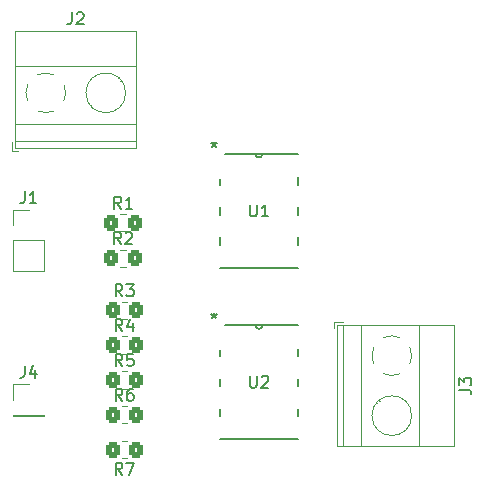
<source format=gbr>
%TF.GenerationSoftware,KiCad,Pcbnew,8.0.5*%
%TF.CreationDate,2024-11-24T21:55:43-06:00*%
%TF.ProjectId,moisture_sensor,6d6f6973-7475-4726-955f-73656e736f72,rev?*%
%TF.SameCoordinates,Original*%
%TF.FileFunction,Legend,Top*%
%TF.FilePolarity,Positive*%
%FSLAX46Y46*%
G04 Gerber Fmt 4.6, Leading zero omitted, Abs format (unit mm)*
G04 Created by KiCad (PCBNEW 8.0.5) date 2024-11-24 21:55:43*
%MOMM*%
%LPD*%
G01*
G04 APERTURE LIST*
G04 Aperture macros list*
%AMRoundRect*
0 Rectangle with rounded corners*
0 $1 Rounding radius*
0 $2 $3 $4 $5 $6 $7 $8 $9 X,Y pos of 4 corners*
0 Add a 4 corners polygon primitive as box body*
4,1,4,$2,$3,$4,$5,$6,$7,$8,$9,$2,$3,0*
0 Add four circle primitives for the rounded corners*
1,1,$1+$1,$2,$3*
1,1,$1+$1,$4,$5*
1,1,$1+$1,$6,$7*
1,1,$1+$1,$8,$9*
0 Add four rect primitives between the rounded corners*
20,1,$1+$1,$2,$3,$4,$5,0*
20,1,$1+$1,$4,$5,$6,$7,0*
20,1,$1+$1,$6,$7,$8,$9,0*
20,1,$1+$1,$8,$9,$2,$3,0*%
G04 Aperture macros list end*
%ADD10C,0.150000*%
%ADD11C,0.120000*%
%ADD12C,0.152400*%
%ADD13RoundRect,0.250000X0.350000X0.450000X-0.350000X0.450000X-0.350000X-0.450000X0.350000X-0.450000X0*%
%ADD14R,1.700000X1.700000*%
%ADD15O,1.700000X1.700000*%
%ADD16RoundRect,0.250000X-0.350000X-0.450000X0.350000X-0.450000X0.350000X0.450000X-0.350000X0.450000X0*%
%ADD17R,1.524000X1.524000*%
%ADD18C,1.524000*%
%ADD19R,2.600000X2.600000*%
%ADD20C,2.600000*%
G04 APERTURE END LIST*
D10*
X129941733Y-106313619D02*
X129608400Y-105837428D01*
X129370305Y-106313619D02*
X129370305Y-105313619D01*
X129370305Y-105313619D02*
X129751257Y-105313619D01*
X129751257Y-105313619D02*
X129846495Y-105361238D01*
X129846495Y-105361238D02*
X129894114Y-105408857D01*
X129894114Y-105408857D02*
X129941733Y-105504095D01*
X129941733Y-105504095D02*
X129941733Y-105646952D01*
X129941733Y-105646952D02*
X129894114Y-105742190D01*
X129894114Y-105742190D02*
X129846495Y-105789809D01*
X129846495Y-105789809D02*
X129751257Y-105837428D01*
X129751257Y-105837428D02*
X129370305Y-105837428D01*
X130275067Y-105313619D02*
X130941733Y-105313619D01*
X130941733Y-105313619D02*
X130513162Y-106313619D01*
X121666666Y-82349819D02*
X121666666Y-83064104D01*
X121666666Y-83064104D02*
X121619047Y-83206961D01*
X121619047Y-83206961D02*
X121523809Y-83302200D01*
X121523809Y-83302200D02*
X121380952Y-83349819D01*
X121380952Y-83349819D02*
X121285714Y-83349819D01*
X122666666Y-83349819D02*
X122095238Y-83349819D01*
X122380952Y-83349819D02*
X122380952Y-82349819D01*
X122380952Y-82349819D02*
X122285714Y-82492676D01*
X122285714Y-82492676D02*
X122190476Y-82587914D01*
X122190476Y-82587914D02*
X122095238Y-82635533D01*
X129941733Y-100063619D02*
X129608400Y-99587428D01*
X129370305Y-100063619D02*
X129370305Y-99063619D01*
X129370305Y-99063619D02*
X129751257Y-99063619D01*
X129751257Y-99063619D02*
X129846495Y-99111238D01*
X129846495Y-99111238D02*
X129894114Y-99158857D01*
X129894114Y-99158857D02*
X129941733Y-99254095D01*
X129941733Y-99254095D02*
X129941733Y-99396952D01*
X129941733Y-99396952D02*
X129894114Y-99492190D01*
X129894114Y-99492190D02*
X129846495Y-99539809D01*
X129846495Y-99539809D02*
X129751257Y-99587428D01*
X129751257Y-99587428D02*
X129370305Y-99587428D01*
X130798876Y-99063619D02*
X130608400Y-99063619D01*
X130608400Y-99063619D02*
X130513162Y-99111238D01*
X130513162Y-99111238D02*
X130465543Y-99158857D01*
X130465543Y-99158857D02*
X130370305Y-99301714D01*
X130370305Y-99301714D02*
X130322686Y-99492190D01*
X130322686Y-99492190D02*
X130322686Y-99873142D01*
X130322686Y-99873142D02*
X130370305Y-99968380D01*
X130370305Y-99968380D02*
X130417924Y-100016000D01*
X130417924Y-100016000D02*
X130513162Y-100063619D01*
X130513162Y-100063619D02*
X130703638Y-100063619D01*
X130703638Y-100063619D02*
X130798876Y-100016000D01*
X130798876Y-100016000D02*
X130846495Y-99968380D01*
X130846495Y-99968380D02*
X130894114Y-99873142D01*
X130894114Y-99873142D02*
X130894114Y-99635047D01*
X130894114Y-99635047D02*
X130846495Y-99539809D01*
X130846495Y-99539809D02*
X130798876Y-99492190D01*
X130798876Y-99492190D02*
X130703638Y-99444571D01*
X130703638Y-99444571D02*
X130513162Y-99444571D01*
X130513162Y-99444571D02*
X130417924Y-99492190D01*
X130417924Y-99492190D02*
X130370305Y-99539809D01*
X130370305Y-99539809D02*
X130322686Y-99635047D01*
X129833333Y-83804819D02*
X129500000Y-83328628D01*
X129261905Y-83804819D02*
X129261905Y-82804819D01*
X129261905Y-82804819D02*
X129642857Y-82804819D01*
X129642857Y-82804819D02*
X129738095Y-82852438D01*
X129738095Y-82852438D02*
X129785714Y-82900057D01*
X129785714Y-82900057D02*
X129833333Y-82995295D01*
X129833333Y-82995295D02*
X129833333Y-83138152D01*
X129833333Y-83138152D02*
X129785714Y-83233390D01*
X129785714Y-83233390D02*
X129738095Y-83281009D01*
X129738095Y-83281009D02*
X129642857Y-83328628D01*
X129642857Y-83328628D02*
X129261905Y-83328628D01*
X130785714Y-83804819D02*
X130214286Y-83804819D01*
X130500000Y-83804819D02*
X130500000Y-82804819D01*
X130500000Y-82804819D02*
X130404762Y-82947676D01*
X130404762Y-82947676D02*
X130309524Y-83042914D01*
X130309524Y-83042914D02*
X130214286Y-83090533D01*
X129941733Y-97113619D02*
X129608400Y-96637428D01*
X129370305Y-97113619D02*
X129370305Y-96113619D01*
X129370305Y-96113619D02*
X129751257Y-96113619D01*
X129751257Y-96113619D02*
X129846495Y-96161238D01*
X129846495Y-96161238D02*
X129894114Y-96208857D01*
X129894114Y-96208857D02*
X129941733Y-96304095D01*
X129941733Y-96304095D02*
X129941733Y-96446952D01*
X129941733Y-96446952D02*
X129894114Y-96542190D01*
X129894114Y-96542190D02*
X129846495Y-96589809D01*
X129846495Y-96589809D02*
X129751257Y-96637428D01*
X129751257Y-96637428D02*
X129370305Y-96637428D01*
X130846495Y-96113619D02*
X130370305Y-96113619D01*
X130370305Y-96113619D02*
X130322686Y-96589809D01*
X130322686Y-96589809D02*
X130370305Y-96542190D01*
X130370305Y-96542190D02*
X130465543Y-96494571D01*
X130465543Y-96494571D02*
X130703638Y-96494571D01*
X130703638Y-96494571D02*
X130798876Y-96542190D01*
X130798876Y-96542190D02*
X130846495Y-96589809D01*
X130846495Y-96589809D02*
X130894114Y-96685047D01*
X130894114Y-96685047D02*
X130894114Y-96923142D01*
X130894114Y-96923142D02*
X130846495Y-97018380D01*
X130846495Y-97018380D02*
X130798876Y-97066000D01*
X130798876Y-97066000D02*
X130703638Y-97113619D01*
X130703638Y-97113619D02*
X130465543Y-97113619D01*
X130465543Y-97113619D02*
X130370305Y-97066000D01*
X130370305Y-97066000D02*
X130322686Y-97018380D01*
X129941733Y-94163619D02*
X129608400Y-93687428D01*
X129370305Y-94163619D02*
X129370305Y-93163619D01*
X129370305Y-93163619D02*
X129751257Y-93163619D01*
X129751257Y-93163619D02*
X129846495Y-93211238D01*
X129846495Y-93211238D02*
X129894114Y-93258857D01*
X129894114Y-93258857D02*
X129941733Y-93354095D01*
X129941733Y-93354095D02*
X129941733Y-93496952D01*
X129941733Y-93496952D02*
X129894114Y-93592190D01*
X129894114Y-93592190D02*
X129846495Y-93639809D01*
X129846495Y-93639809D02*
X129751257Y-93687428D01*
X129751257Y-93687428D02*
X129370305Y-93687428D01*
X130798876Y-93496952D02*
X130798876Y-94163619D01*
X130560781Y-93116000D02*
X130322686Y-93830285D01*
X130322686Y-93830285D02*
X130941733Y-93830285D01*
X140738095Y-97954819D02*
X140738095Y-98764342D01*
X140738095Y-98764342D02*
X140785714Y-98859580D01*
X140785714Y-98859580D02*
X140833333Y-98907200D01*
X140833333Y-98907200D02*
X140928571Y-98954819D01*
X140928571Y-98954819D02*
X141119047Y-98954819D01*
X141119047Y-98954819D02*
X141214285Y-98907200D01*
X141214285Y-98907200D02*
X141261904Y-98859580D01*
X141261904Y-98859580D02*
X141309523Y-98764342D01*
X141309523Y-98764342D02*
X141309523Y-97954819D01*
X141738095Y-98050057D02*
X141785714Y-98002438D01*
X141785714Y-98002438D02*
X141880952Y-97954819D01*
X141880952Y-97954819D02*
X142119047Y-97954819D01*
X142119047Y-97954819D02*
X142214285Y-98002438D01*
X142214285Y-98002438D02*
X142261904Y-98050057D01*
X142261904Y-98050057D02*
X142309523Y-98145295D01*
X142309523Y-98145295D02*
X142309523Y-98240533D01*
X142309523Y-98240533D02*
X142261904Y-98383390D01*
X142261904Y-98383390D02*
X141690476Y-98954819D01*
X141690476Y-98954819D02*
X142309523Y-98954819D01*
X137690000Y-92620819D02*
X137690000Y-92858914D01*
X137451905Y-92763676D02*
X137690000Y-92858914D01*
X137690000Y-92858914D02*
X137928095Y-92763676D01*
X137547143Y-93049390D02*
X137690000Y-92858914D01*
X137690000Y-92858914D02*
X137832857Y-93049390D01*
X137690000Y-92620819D02*
X137690000Y-92858914D01*
X137451905Y-92763676D02*
X137690000Y-92858914D01*
X137690000Y-92858914D02*
X137928095Y-92763676D01*
X137547143Y-93049390D02*
X137690000Y-92858914D01*
X137690000Y-92858914D02*
X137832857Y-93049390D01*
X129941733Y-91213619D02*
X129608400Y-90737428D01*
X129370305Y-91213619D02*
X129370305Y-90213619D01*
X129370305Y-90213619D02*
X129751257Y-90213619D01*
X129751257Y-90213619D02*
X129846495Y-90261238D01*
X129846495Y-90261238D02*
X129894114Y-90308857D01*
X129894114Y-90308857D02*
X129941733Y-90404095D01*
X129941733Y-90404095D02*
X129941733Y-90546952D01*
X129941733Y-90546952D02*
X129894114Y-90642190D01*
X129894114Y-90642190D02*
X129846495Y-90689809D01*
X129846495Y-90689809D02*
X129751257Y-90737428D01*
X129751257Y-90737428D02*
X129370305Y-90737428D01*
X130275067Y-90213619D02*
X130894114Y-90213619D01*
X130894114Y-90213619D02*
X130560781Y-90594571D01*
X130560781Y-90594571D02*
X130703638Y-90594571D01*
X130703638Y-90594571D02*
X130798876Y-90642190D01*
X130798876Y-90642190D02*
X130846495Y-90689809D01*
X130846495Y-90689809D02*
X130894114Y-90785047D01*
X130894114Y-90785047D02*
X130894114Y-91023142D01*
X130894114Y-91023142D02*
X130846495Y-91118380D01*
X130846495Y-91118380D02*
X130798876Y-91166000D01*
X130798876Y-91166000D02*
X130703638Y-91213619D01*
X130703638Y-91213619D02*
X130417924Y-91213619D01*
X130417924Y-91213619D02*
X130322686Y-91166000D01*
X130322686Y-91166000D02*
X130275067Y-91118380D01*
X140738095Y-83454819D02*
X140738095Y-84264342D01*
X140738095Y-84264342D02*
X140785714Y-84359580D01*
X140785714Y-84359580D02*
X140833333Y-84407200D01*
X140833333Y-84407200D02*
X140928571Y-84454819D01*
X140928571Y-84454819D02*
X141119047Y-84454819D01*
X141119047Y-84454819D02*
X141214285Y-84407200D01*
X141214285Y-84407200D02*
X141261904Y-84359580D01*
X141261904Y-84359580D02*
X141309523Y-84264342D01*
X141309523Y-84264342D02*
X141309523Y-83454819D01*
X142309523Y-84454819D02*
X141738095Y-84454819D01*
X142023809Y-84454819D02*
X142023809Y-83454819D01*
X142023809Y-83454819D02*
X141928571Y-83597676D01*
X141928571Y-83597676D02*
X141833333Y-83692914D01*
X141833333Y-83692914D02*
X141738095Y-83740533D01*
X137690000Y-78120819D02*
X137690000Y-78358914D01*
X137451905Y-78263676D02*
X137690000Y-78358914D01*
X137690000Y-78358914D02*
X137928095Y-78263676D01*
X137547143Y-78549390D02*
X137690000Y-78358914D01*
X137690000Y-78358914D02*
X137832857Y-78549390D01*
X137690000Y-78120819D02*
X137690000Y-78358914D01*
X137451905Y-78263676D02*
X137690000Y-78358914D01*
X137690000Y-78358914D02*
X137928095Y-78263676D01*
X137547143Y-78549390D02*
X137690000Y-78358914D01*
X137690000Y-78358914D02*
X137832857Y-78549390D01*
X129833333Y-86804819D02*
X129500000Y-86328628D01*
X129261905Y-86804819D02*
X129261905Y-85804819D01*
X129261905Y-85804819D02*
X129642857Y-85804819D01*
X129642857Y-85804819D02*
X129738095Y-85852438D01*
X129738095Y-85852438D02*
X129785714Y-85900057D01*
X129785714Y-85900057D02*
X129833333Y-85995295D01*
X129833333Y-85995295D02*
X129833333Y-86138152D01*
X129833333Y-86138152D02*
X129785714Y-86233390D01*
X129785714Y-86233390D02*
X129738095Y-86281009D01*
X129738095Y-86281009D02*
X129642857Y-86328628D01*
X129642857Y-86328628D02*
X129261905Y-86328628D01*
X130214286Y-85900057D02*
X130261905Y-85852438D01*
X130261905Y-85852438D02*
X130357143Y-85804819D01*
X130357143Y-85804819D02*
X130595238Y-85804819D01*
X130595238Y-85804819D02*
X130690476Y-85852438D01*
X130690476Y-85852438D02*
X130738095Y-85900057D01*
X130738095Y-85900057D02*
X130785714Y-85995295D01*
X130785714Y-85995295D02*
X130785714Y-86090533D01*
X130785714Y-86090533D02*
X130738095Y-86233390D01*
X130738095Y-86233390D02*
X130166667Y-86804819D01*
X130166667Y-86804819D02*
X130785714Y-86804819D01*
X121666666Y-97124819D02*
X121666666Y-97839104D01*
X121666666Y-97839104D02*
X121619047Y-97981961D01*
X121619047Y-97981961D02*
X121523809Y-98077200D01*
X121523809Y-98077200D02*
X121380952Y-98124819D01*
X121380952Y-98124819D02*
X121285714Y-98124819D01*
X122571428Y-97458152D02*
X122571428Y-98124819D01*
X122333333Y-97077200D02*
X122095238Y-97791485D01*
X122095238Y-97791485D02*
X122714285Y-97791485D01*
X158464819Y-99123333D02*
X159179104Y-99123333D01*
X159179104Y-99123333D02*
X159321961Y-99170952D01*
X159321961Y-99170952D02*
X159417200Y-99266190D01*
X159417200Y-99266190D02*
X159464819Y-99409047D01*
X159464819Y-99409047D02*
X159464819Y-99504285D01*
X158464819Y-98742380D02*
X158464819Y-98123333D01*
X158464819Y-98123333D02*
X158845771Y-98456666D01*
X158845771Y-98456666D02*
X158845771Y-98313809D01*
X158845771Y-98313809D02*
X158893390Y-98218571D01*
X158893390Y-98218571D02*
X158941009Y-98170952D01*
X158941009Y-98170952D02*
X159036247Y-98123333D01*
X159036247Y-98123333D02*
X159274342Y-98123333D01*
X159274342Y-98123333D02*
X159369580Y-98170952D01*
X159369580Y-98170952D02*
X159417200Y-98218571D01*
X159417200Y-98218571D02*
X159464819Y-98313809D01*
X159464819Y-98313809D02*
X159464819Y-98599523D01*
X159464819Y-98599523D02*
X159417200Y-98694761D01*
X159417200Y-98694761D02*
X159369580Y-98742380D01*
X125661666Y-67194819D02*
X125661666Y-67909104D01*
X125661666Y-67909104D02*
X125614047Y-68051961D01*
X125614047Y-68051961D02*
X125518809Y-68147200D01*
X125518809Y-68147200D02*
X125375952Y-68194819D01*
X125375952Y-68194819D02*
X125280714Y-68194819D01*
X126090238Y-67290057D02*
X126137857Y-67242438D01*
X126137857Y-67242438D02*
X126233095Y-67194819D01*
X126233095Y-67194819D02*
X126471190Y-67194819D01*
X126471190Y-67194819D02*
X126566428Y-67242438D01*
X126566428Y-67242438D02*
X126614047Y-67290057D01*
X126614047Y-67290057D02*
X126661666Y-67385295D01*
X126661666Y-67385295D02*
X126661666Y-67480533D01*
X126661666Y-67480533D02*
X126614047Y-67623390D01*
X126614047Y-67623390D02*
X126042619Y-68194819D01*
X126042619Y-68194819D02*
X126661666Y-68194819D01*
D11*
%TO.C,R7*%
X130335464Y-103473800D02*
X129881336Y-103473800D01*
X130335464Y-104943800D02*
X129881336Y-104943800D01*
%TO.C,J1*%
X120670000Y-83895000D02*
X122000000Y-83895000D01*
X120670000Y-85225000D02*
X120670000Y-83895000D01*
X120670000Y-86495000D02*
X120670000Y-89095000D01*
X120670000Y-86495000D02*
X123330000Y-86495000D01*
X120670000Y-89095000D02*
X123330000Y-89095000D01*
X123330000Y-86495000D02*
X123330000Y-89095000D01*
%TO.C,R6*%
X129881336Y-100523800D02*
X130335464Y-100523800D01*
X129881336Y-101993800D02*
X130335464Y-101993800D01*
%TO.C,R1*%
X129772936Y-84265000D02*
X130227064Y-84265000D01*
X129772936Y-85735000D02*
X130227064Y-85735000D01*
%TO.C,R5*%
X129881336Y-97573800D02*
X130335464Y-97573800D01*
X129881336Y-99043800D02*
X130335464Y-99043800D01*
%TO.C,R4*%
X129881336Y-94623800D02*
X130335464Y-94623800D01*
X129881336Y-96093800D02*
X130335464Y-96093800D01*
D12*
%TO.C,U2*%
X138198000Y-95784740D02*
X138198000Y-96260262D01*
X138198000Y-98199738D02*
X138198000Y-98800262D01*
X138198000Y-100739738D02*
X138198000Y-101340262D01*
X138198000Y-103326000D02*
X144802000Y-103326000D01*
X144802000Y-93674000D02*
X138666942Y-93674000D01*
X144802000Y-96260262D02*
X144802000Y-95659738D01*
X144802000Y-98800262D02*
X144802000Y-98199738D01*
X144802000Y-101340262D02*
X144802000Y-100739738D01*
X141804800Y-93674000D02*
G75*
G02*
X141195200Y-93674000I-304800J0D01*
G01*
D11*
%TO.C,R3*%
X129881336Y-91673800D02*
X130335464Y-91673800D01*
X129881336Y-93143800D02*
X130335464Y-93143800D01*
D12*
%TO.C,U1*%
X138198000Y-81284740D02*
X138198000Y-81760262D01*
X138198000Y-83699738D02*
X138198000Y-84300262D01*
X138198000Y-86239738D02*
X138198000Y-86840262D01*
X138198000Y-88826000D02*
X144802000Y-88826000D01*
X144802000Y-79174000D02*
X138666942Y-79174000D01*
X144802000Y-81760262D02*
X144802000Y-81159738D01*
X144802000Y-84300262D02*
X144802000Y-83699738D01*
X144802000Y-86840262D02*
X144802000Y-86239738D01*
X141804800Y-79174000D02*
G75*
G02*
X141195200Y-79174000I-304800J0D01*
G01*
D11*
%TO.C,R2*%
X129772936Y-87265000D02*
X130227064Y-87265000D01*
X129772936Y-88735000D02*
X130227064Y-88735000D01*
%TO.C,J4*%
X120670000Y-98670000D02*
X122000000Y-98670000D01*
X120670000Y-100000000D02*
X120670000Y-98670000D01*
X120670000Y-101270000D02*
X120670000Y-101330000D01*
X120670000Y-101270000D02*
X123330000Y-101270000D01*
X120670000Y-101330000D02*
X123330000Y-101330000D01*
X123330000Y-101270000D02*
X123330000Y-101330000D01*
%TO.C,J3*%
X147850000Y-93410000D02*
X147850000Y-93910000D01*
X148090000Y-93650000D02*
X148090000Y-103930000D01*
X148590000Y-93410000D02*
X147850000Y-93410000D01*
X148650000Y-93650000D02*
X148650000Y-103930000D01*
X150150000Y-93650000D02*
X150150000Y-103930000D01*
X151511000Y-100296000D02*
X151476000Y-100261000D01*
X151727000Y-100103000D02*
X151681000Y-100056000D01*
X153819000Y-102605000D02*
X153773000Y-102558000D01*
X154025000Y-102400000D02*
X153989000Y-102365000D01*
X155051000Y-93650000D02*
X155051000Y-103930000D01*
X158011000Y-93650000D02*
X148090000Y-93650000D01*
X158011000Y-93650000D02*
X158011000Y-103930000D01*
X158011000Y-103930000D02*
X148090000Y-103930000D01*
X151069747Y-96278805D02*
G75*
G02*
X151215000Y-95566000I1680254J28806D01*
G01*
X151215244Y-96933318D02*
G75*
G02*
X151070000Y-96250000I1534756J683318D01*
G01*
X152066958Y-94714573D02*
G75*
G02*
X153434000Y-94715000I683041J-1535420D01*
G01*
X153433042Y-97785427D02*
G75*
G02*
X152066000Y-97785000I-683042J1535427D01*
G01*
X154285427Y-95566958D02*
G75*
G02*
X154285000Y-96934000I-1535420J-683041D01*
G01*
X154430000Y-101330000D02*
G75*
G02*
X151070000Y-101330000I-1680000J0D01*
G01*
X151070000Y-101330000D02*
G75*
G02*
X154430000Y-101330000I1680000J0D01*
G01*
%TO.C,J2*%
X120615000Y-78160000D02*
X120615000Y-78900000D01*
X120615000Y-78900000D02*
X121115000Y-78900000D01*
X120855000Y-68739000D02*
X120855000Y-78660000D01*
X120855000Y-68739000D02*
X131135000Y-68739000D01*
X120855000Y-71699000D02*
X131135000Y-71699000D01*
X120855000Y-76600000D02*
X131135000Y-76600000D01*
X120855000Y-78100000D02*
X131135000Y-78100000D01*
X120855000Y-78660000D02*
X131135000Y-78660000D01*
X127308000Y-75023000D02*
X127261000Y-75069000D01*
X127501000Y-75239000D02*
X127466000Y-75274000D01*
X129605000Y-72725000D02*
X129570000Y-72761000D01*
X129810000Y-72931000D02*
X129763000Y-72977000D01*
X131135000Y-68739000D02*
X131135000Y-78660000D01*
X121919573Y-74683042D02*
G75*
G02*
X121920000Y-73316000I1535420J683041D01*
G01*
X122771958Y-72464573D02*
G75*
G02*
X124139000Y-72465000I683041J-1535420D01*
G01*
X123483805Y-75680253D02*
G75*
G02*
X122771000Y-75535000I-28806J1680254D01*
G01*
X124138318Y-75534756D02*
G75*
G02*
X123455000Y-75680000I-683318J1534756D01*
G01*
X124990427Y-73316958D02*
G75*
G02*
X124990000Y-74684000I-1535427J-683042D01*
G01*
X130215000Y-74000000D02*
G75*
G02*
X126855000Y-74000000I-1680000J0D01*
G01*
X126855000Y-74000000D02*
G75*
G02*
X130215000Y-74000000I1680000J0D01*
G01*
%TD*%
%LPC*%
D13*
%TO.C,R7*%
X131108400Y-104208800D03*
X129108400Y-104208800D03*
%TD*%
D14*
%TO.C,J1*%
X122000000Y-85225000D03*
D15*
X122000000Y-87765000D03*
%TD*%
D16*
%TO.C,R6*%
X129108400Y-101258800D03*
X131108400Y-101258800D03*
%TD*%
%TO.C,R1*%
X129000000Y-85000000D03*
X131000000Y-85000000D03*
%TD*%
%TO.C,R5*%
X129108400Y-98308800D03*
X131108400Y-98308800D03*
%TD*%
%TO.C,R4*%
X129108400Y-95358800D03*
X131108400Y-95358800D03*
%TD*%
D17*
%TO.C,U2*%
X137690000Y-94690000D03*
D18*
X137690000Y-97230000D03*
X137690000Y-99770000D03*
X137690000Y-102310000D03*
X145310000Y-102310000D03*
X145310000Y-99770000D03*
X145310000Y-97230000D03*
X145310000Y-94690000D03*
%TD*%
D16*
%TO.C,R3*%
X129108400Y-92408800D03*
X131108400Y-92408800D03*
%TD*%
D17*
%TO.C,U1*%
X137690000Y-80190000D03*
D18*
X137690000Y-82730000D03*
X137690000Y-85270000D03*
X137690000Y-87810000D03*
X145310000Y-87810000D03*
X145310000Y-85270000D03*
X145310000Y-82730000D03*
X145310000Y-80190000D03*
%TD*%
D16*
%TO.C,R2*%
X129000000Y-88000000D03*
X131000000Y-88000000D03*
%TD*%
D14*
%TO.C,J4*%
X122000000Y-100000000D03*
%TD*%
D19*
%TO.C,J3*%
X152750000Y-96250000D03*
D20*
X152750000Y-101330000D03*
%TD*%
D19*
%TO.C,J2*%
X123455000Y-74000000D03*
D20*
X128535000Y-74000000D03*
%TD*%
%LPD*%
M02*

</source>
